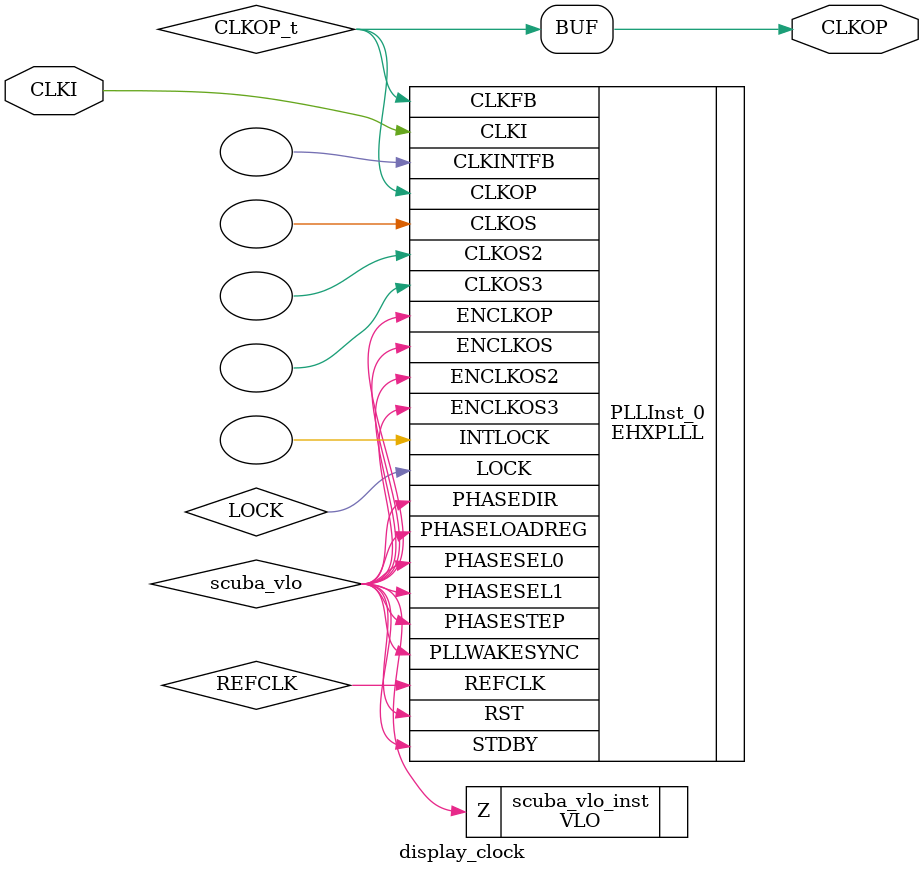
<source format=v>
/* Verilog netlist generated by SCUBA Diamond (64-bit) 3.13.0.56.2 */
/* Module Version: 5.7 */
/* C:\lscc\diamond\3.13\ispfpga\bin\nt64\scuba.exe -w -n display_clock -lang verilog -synth synplify -bus_exp 7 -bb -arch sa5p00 -type pll -fin 50 -fclkop 10 -fclkop_tol 0.0 -phase_cntl STATIC -fb_mode 1 -fdc C:/Users/11382/Documents/DIY_PRJ/DIY_IMX178_CAM/FPGA/display_clock/display_clock.fdc  */
/* Thu Jan 23 20:42:22 2025 */


`timescale 1 ns / 1 ps
module display_clock (CLKI, CLKOP)/* synthesis NGD_DRC_MASK=1 */;
    input wire CLKI;
    output wire CLKOP;

    wire REFCLK;
    wire LOCK;
    wire CLKOP_t;
    wire scuba_vhi;
    wire scuba_vlo;

    VHI scuba_vhi_inst (.Z(scuba_vhi));

    VLO scuba_vlo_inst (.Z(scuba_vlo));

    defparam PLLInst_0.PLLRST_ENA = "DISABLED" ;
    defparam PLLInst_0.INTFB_WAKE = "DISABLED" ;
    defparam PLLInst_0.STDBY_ENABLE = "DISABLED" ;
    defparam PLLInst_0.DPHASE_SOURCE = "DISABLED" ;
    defparam PLLInst_0.CLKOS3_FPHASE = 0 ;
    defparam PLLInst_0.CLKOS3_CPHASE = 0 ;
    defparam PLLInst_0.CLKOS2_FPHASE = 0 ;
    defparam PLLInst_0.CLKOS2_CPHASE = 0 ;
    defparam PLLInst_0.CLKOS_FPHASE = 0 ;
    defparam PLLInst_0.CLKOS_CPHASE = 0 ;
    defparam PLLInst_0.CLKOP_FPHASE = 0 ;
    defparam PLLInst_0.CLKOP_CPHASE = 64 ;
    defparam PLLInst_0.PLL_LOCK_MODE = 0 ;
    defparam PLLInst_0.CLKOS_TRIM_DELAY = 0 ;
    defparam PLLInst_0.CLKOS_TRIM_POL = "FALLING" ;
    defparam PLLInst_0.CLKOP_TRIM_DELAY = 0 ;
    defparam PLLInst_0.CLKOP_TRIM_POL = "FALLING" ;
    defparam PLLInst_0.OUTDIVIDER_MUXD = "DIVD" ;
    defparam PLLInst_0.CLKOS3_ENABLE = "DISABLED" ;
    defparam PLLInst_0.OUTDIVIDER_MUXC = "DIVC" ;
    defparam PLLInst_0.CLKOS2_ENABLE = "DISABLED" ;
    defparam PLLInst_0.OUTDIVIDER_MUXB = "DIVB" ;
    defparam PLLInst_0.CLKOS_ENABLE = "DISABLED" ;
    defparam PLLInst_0.OUTDIVIDER_MUXA = "DIVA" ;
    defparam PLLInst_0.CLKOP_ENABLE = "ENABLED" ;
    defparam PLLInst_0.CLKOS3_DIV = 1 ;
    defparam PLLInst_0.CLKOS2_DIV = 1 ;
    defparam PLLInst_0.CLKOS_DIV = 1 ;
    defparam PLLInst_0.CLKOP_DIV = 65 ;
    defparam PLLInst_0.CLKFB_DIV = 1 ;
    defparam PLLInst_0.CLKI_DIV = 5 ;
    defparam PLLInst_0.FEEDBK_PATH = "CLKOP" ;
    EHXPLLL PLLInst_0 (.CLKI(CLKI), .CLKFB(CLKOP_t), .PHASESEL1(scuba_vlo), 
        .PHASESEL0(scuba_vlo), .PHASEDIR(scuba_vlo), .PHASESTEP(scuba_vlo), 
        .PHASELOADREG(scuba_vlo), .STDBY(scuba_vlo), .PLLWAKESYNC(scuba_vlo), 
        .RST(scuba_vlo), .ENCLKOP(scuba_vlo), .ENCLKOS(scuba_vlo), .ENCLKOS2(scuba_vlo), 
        .ENCLKOS3(scuba_vlo), .CLKOP(CLKOP_t), .CLKOS(), .CLKOS2(), .CLKOS3(), 
        .LOCK(LOCK), .INTLOCK(), .REFCLK(REFCLK), .CLKINTFB())
             /* synthesis FREQUENCY_PIN_CLKOP="10.000000" */
             /* synthesis FREQUENCY_PIN_CLKI="50.000000" */
             /* synthesis ICP_CURRENT="6" */
             /* synthesis LPF_RESISTOR="16" */;

    assign CLKOP = CLKOP_t;


    // exemplar begin
    // exemplar attribute PLLInst_0 FREQUENCY_PIN_CLKOP 10.000000
    // exemplar attribute PLLInst_0 FREQUENCY_PIN_CLKI 50.000000
    // exemplar attribute PLLInst_0 ICP_CURRENT 6
    // exemplar attribute PLLInst_0 LPF_RESISTOR 16
    // exemplar end

endmodule

</source>
